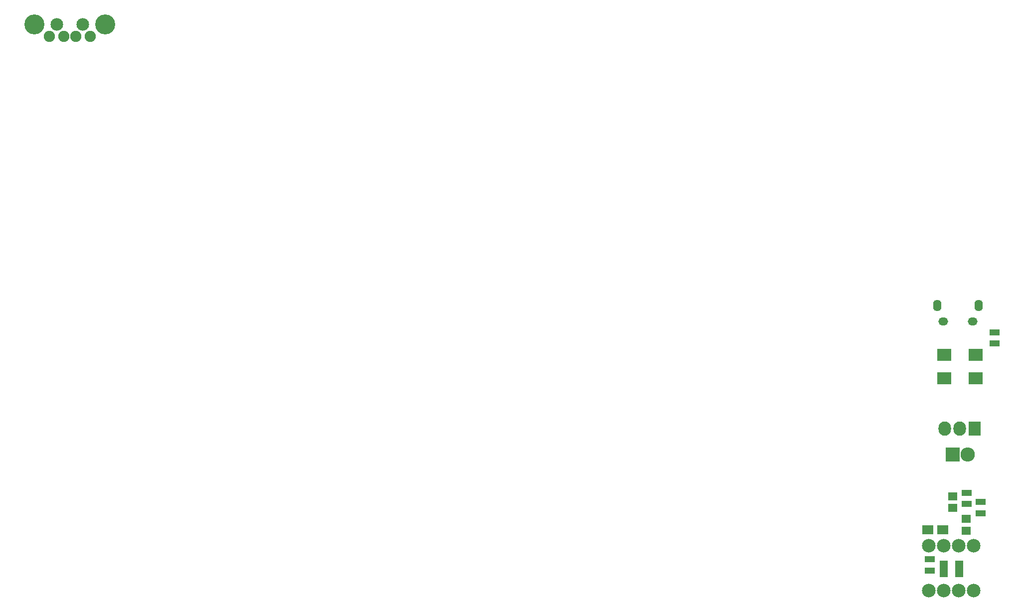
<source format=gbr>
G04 #@! TF.FileFunction,Soldermask,Bot*
%FSLAX46Y46*%
G04 Gerber Fmt 4.6, Leading zero omitted, Abs format (unit mm)*
G04 Created by KiCad (PCBNEW 4.0.4-stable) date 12/28/16 21:00:51*
%MOMM*%
%LPD*%
G01*
G04 APERTURE LIST*
%ADD10C,0.100000*%
%ADD11C,2.305000*%
%ADD12R,1.650000X1.400000*%
%ADD13R,1.900000X1.650000*%
%ADD14R,2.432000X2.432000*%
%ADD15O,2.432000X2.432000*%
%ADD16R,2.127200X2.432000*%
%ADD17O,2.127200X2.432000*%
%ADD18R,1.700000X1.100000*%
%ADD19R,2.400000X2.000000*%
%ADD20R,1.390000X0.880000*%
%ADD21C,2.150000*%
%ADD22C,1.901140*%
%ADD23C,3.399740*%
%ADD24O,1.650000X1.350000*%
%ADD25O,1.400000X1.950000*%
G04 APERTURE END LIST*
D10*
D11*
X145890000Y-104485000D03*
X148430000Y-104485000D03*
X150970000Y-104485000D03*
X153510000Y-104485000D03*
X153510000Y-96865000D03*
X150970000Y-96865000D03*
X148430000Y-96865000D03*
X145890000Y-96865000D03*
D12*
X149940000Y-88450000D03*
X149940000Y-90450000D03*
X152250000Y-92275000D03*
X152250000Y-94275000D03*
D13*
X148225000Y-94175000D03*
X145725000Y-94175000D03*
D14*
X149980000Y-81400000D03*
D15*
X152520000Y-81400000D03*
D16*
X153660000Y-76960000D03*
D17*
X151120000Y-76960000D03*
X148580000Y-76960000D03*
D18*
X152310000Y-89770000D03*
X152310000Y-87870000D03*
X154660000Y-89430000D03*
X154660000Y-91330000D03*
X157110000Y-60590000D03*
X157110000Y-62490000D03*
D19*
X148480000Y-64430000D03*
X153880000Y-64430000D03*
X153880000Y-68430000D03*
X148480000Y-68430000D03*
D20*
X148425000Y-101775000D03*
X148425000Y-101125000D03*
X148425000Y-100475000D03*
X148425000Y-99825000D03*
X151015000Y-99825000D03*
X151015000Y-100475000D03*
X151015000Y-101125000D03*
X151015000Y-101775000D03*
D18*
X146025000Y-101075000D03*
X146025000Y-99175000D03*
D21*
X-2200000Y-8300000D03*
X2200000Y-8300000D03*
D22*
X3500000Y-10300000D03*
X1000000Y-10300000D03*
X-1000000Y-10300000D03*
X-3500000Y-10300000D03*
D23*
X6000000Y-8300000D03*
X-6000000Y-8300000D03*
D24*
X153360900Y-58742540D03*
X148360900Y-58742540D03*
D25*
X154360900Y-56042540D03*
X147360900Y-56042540D03*
M02*

</source>
